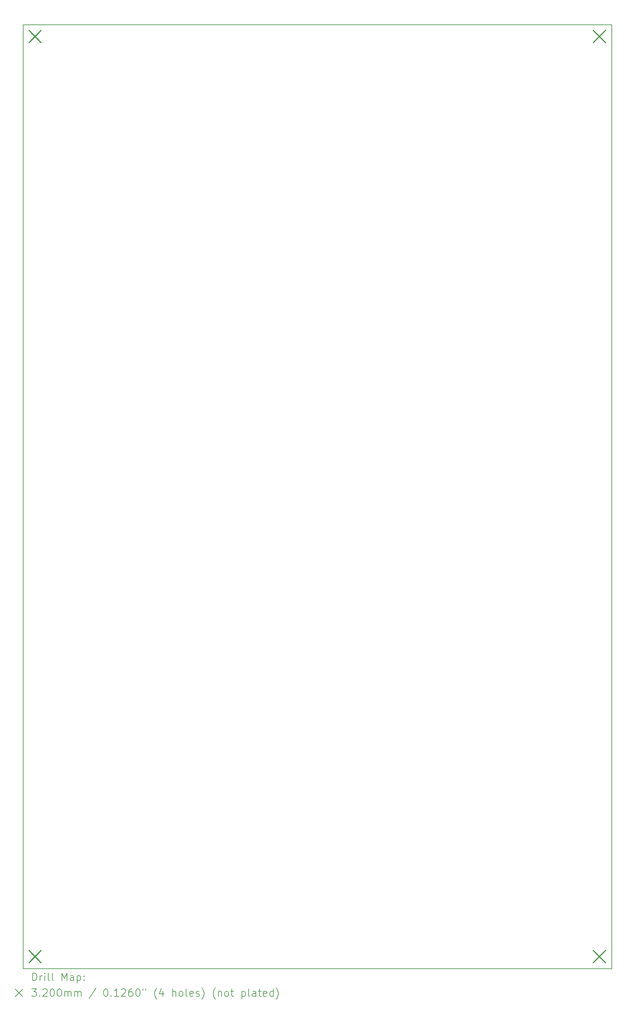
<source format=gbr>
%TF.GenerationSoftware,KiCad,Pcbnew,7.0.10*%
%TF.CreationDate,2024-02-11T20:31:55+09:00*%
%TF.ProjectId,crimping_machine,6372696d-7069-46e6-975f-6d616368696e,rev?*%
%TF.SameCoordinates,Original*%
%TF.FileFunction,Drillmap*%
%TF.FilePolarity,Positive*%
%FSLAX45Y45*%
G04 Gerber Fmt 4.5, Leading zero omitted, Abs format (unit mm)*
G04 Created by KiCad (PCBNEW 7.0.10) date 2024-02-11 20:31:55*
%MOMM*%
%LPD*%
G01*
G04 APERTURE LIST*
%ADD10C,0.200000*%
%ADD11C,0.320000*%
G04 APERTURE END LIST*
D10*
X-51562000Y8636000D02*
X-35864800Y8636000D01*
X-35864800Y-16510000D01*
X-51562000Y-16510000D01*
X-51562000Y8636000D01*
D11*
X-51404500Y8478500D02*
X-51084500Y8158500D01*
X-51084500Y8478500D02*
X-51404500Y8158500D01*
X-51404500Y-16032500D02*
X-51084500Y-16352500D01*
X-51084500Y-16032500D02*
X-51404500Y-16352500D01*
X-36355000Y8478500D02*
X-36035000Y8158500D01*
X-36035000Y8478500D02*
X-36355000Y8158500D01*
X-36355000Y-16032500D02*
X-36035000Y-16352500D01*
X-36035000Y-16032500D02*
X-36355000Y-16352500D01*
D10*
X-51311223Y-16831484D02*
X-51311223Y-16631484D01*
X-51311223Y-16631484D02*
X-51263604Y-16631484D01*
X-51263604Y-16631484D02*
X-51235033Y-16641008D01*
X-51235033Y-16641008D02*
X-51215985Y-16660055D01*
X-51215985Y-16660055D02*
X-51206461Y-16679103D01*
X-51206461Y-16679103D02*
X-51196937Y-16717198D01*
X-51196937Y-16717198D02*
X-51196937Y-16745769D01*
X-51196937Y-16745769D02*
X-51206461Y-16783865D01*
X-51206461Y-16783865D02*
X-51215985Y-16802912D01*
X-51215985Y-16802912D02*
X-51235033Y-16821960D01*
X-51235033Y-16821960D02*
X-51263604Y-16831484D01*
X-51263604Y-16831484D02*
X-51311223Y-16831484D01*
X-51111223Y-16831484D02*
X-51111223Y-16698150D01*
X-51111223Y-16736246D02*
X-51101699Y-16717198D01*
X-51101699Y-16717198D02*
X-51092175Y-16707674D01*
X-51092175Y-16707674D02*
X-51073128Y-16698150D01*
X-51073128Y-16698150D02*
X-51054080Y-16698150D01*
X-50987414Y-16831484D02*
X-50987414Y-16698150D01*
X-50987414Y-16631484D02*
X-50996937Y-16641008D01*
X-50996937Y-16641008D02*
X-50987414Y-16650531D01*
X-50987414Y-16650531D02*
X-50977890Y-16641008D01*
X-50977890Y-16641008D02*
X-50987414Y-16631484D01*
X-50987414Y-16631484D02*
X-50987414Y-16650531D01*
X-50863604Y-16831484D02*
X-50882652Y-16821960D01*
X-50882652Y-16821960D02*
X-50892175Y-16802912D01*
X-50892175Y-16802912D02*
X-50892175Y-16631484D01*
X-50758842Y-16831484D02*
X-50777890Y-16821960D01*
X-50777890Y-16821960D02*
X-50787414Y-16802912D01*
X-50787414Y-16802912D02*
X-50787414Y-16631484D01*
X-50530271Y-16831484D02*
X-50530271Y-16631484D01*
X-50530271Y-16631484D02*
X-50463604Y-16774341D01*
X-50463604Y-16774341D02*
X-50396937Y-16631484D01*
X-50396937Y-16631484D02*
X-50396937Y-16831484D01*
X-50215985Y-16831484D02*
X-50215985Y-16726722D01*
X-50215985Y-16726722D02*
X-50225509Y-16707674D01*
X-50225509Y-16707674D02*
X-50244556Y-16698150D01*
X-50244556Y-16698150D02*
X-50282652Y-16698150D01*
X-50282652Y-16698150D02*
X-50301699Y-16707674D01*
X-50215985Y-16821960D02*
X-50235033Y-16831484D01*
X-50235033Y-16831484D02*
X-50282652Y-16831484D01*
X-50282652Y-16831484D02*
X-50301699Y-16821960D01*
X-50301699Y-16821960D02*
X-50311223Y-16802912D01*
X-50311223Y-16802912D02*
X-50311223Y-16783865D01*
X-50311223Y-16783865D02*
X-50301699Y-16764817D01*
X-50301699Y-16764817D02*
X-50282652Y-16755293D01*
X-50282652Y-16755293D02*
X-50235033Y-16755293D01*
X-50235033Y-16755293D02*
X-50215985Y-16745769D01*
X-50120747Y-16698150D02*
X-50120747Y-16898150D01*
X-50120747Y-16707674D02*
X-50101699Y-16698150D01*
X-50101699Y-16698150D02*
X-50063604Y-16698150D01*
X-50063604Y-16698150D02*
X-50044556Y-16707674D01*
X-50044556Y-16707674D02*
X-50035033Y-16717198D01*
X-50035033Y-16717198D02*
X-50025509Y-16736246D01*
X-50025509Y-16736246D02*
X-50025509Y-16793389D01*
X-50025509Y-16793389D02*
X-50035033Y-16812436D01*
X-50035033Y-16812436D02*
X-50044556Y-16821960D01*
X-50044556Y-16821960D02*
X-50063604Y-16831484D01*
X-50063604Y-16831484D02*
X-50101699Y-16831484D01*
X-50101699Y-16831484D02*
X-50120747Y-16821960D01*
X-49939794Y-16812436D02*
X-49930271Y-16821960D01*
X-49930271Y-16821960D02*
X-49939794Y-16831484D01*
X-49939794Y-16831484D02*
X-49949318Y-16821960D01*
X-49949318Y-16821960D02*
X-49939794Y-16812436D01*
X-49939794Y-16812436D02*
X-49939794Y-16831484D01*
X-49939794Y-16707674D02*
X-49930271Y-16717198D01*
X-49930271Y-16717198D02*
X-49939794Y-16726722D01*
X-49939794Y-16726722D02*
X-49949318Y-16717198D01*
X-49949318Y-16717198D02*
X-49939794Y-16707674D01*
X-49939794Y-16707674D02*
X-49939794Y-16726722D01*
X-51772000Y-17060000D02*
X-51572000Y-17260000D01*
X-51572000Y-17060000D02*
X-51772000Y-17260000D01*
X-51330271Y-17051484D02*
X-51206461Y-17051484D01*
X-51206461Y-17051484D02*
X-51273128Y-17127674D01*
X-51273128Y-17127674D02*
X-51244556Y-17127674D01*
X-51244556Y-17127674D02*
X-51225509Y-17137198D01*
X-51225509Y-17137198D02*
X-51215985Y-17146722D01*
X-51215985Y-17146722D02*
X-51206461Y-17165770D01*
X-51206461Y-17165770D02*
X-51206461Y-17213389D01*
X-51206461Y-17213389D02*
X-51215985Y-17232436D01*
X-51215985Y-17232436D02*
X-51225509Y-17241960D01*
X-51225509Y-17241960D02*
X-51244556Y-17251484D01*
X-51244556Y-17251484D02*
X-51301699Y-17251484D01*
X-51301699Y-17251484D02*
X-51320747Y-17241960D01*
X-51320747Y-17241960D02*
X-51330271Y-17232436D01*
X-51120747Y-17232436D02*
X-51111223Y-17241960D01*
X-51111223Y-17241960D02*
X-51120747Y-17251484D01*
X-51120747Y-17251484D02*
X-51130271Y-17241960D01*
X-51130271Y-17241960D02*
X-51120747Y-17232436D01*
X-51120747Y-17232436D02*
X-51120747Y-17251484D01*
X-51035033Y-17070531D02*
X-51025509Y-17061008D01*
X-51025509Y-17061008D02*
X-51006461Y-17051484D01*
X-51006461Y-17051484D02*
X-50958842Y-17051484D01*
X-50958842Y-17051484D02*
X-50939794Y-17061008D01*
X-50939794Y-17061008D02*
X-50930271Y-17070531D01*
X-50930271Y-17070531D02*
X-50920747Y-17089579D01*
X-50920747Y-17089579D02*
X-50920747Y-17108627D01*
X-50920747Y-17108627D02*
X-50930271Y-17137198D01*
X-50930271Y-17137198D02*
X-51044556Y-17251484D01*
X-51044556Y-17251484D02*
X-50920747Y-17251484D01*
X-50796937Y-17051484D02*
X-50777890Y-17051484D01*
X-50777890Y-17051484D02*
X-50758842Y-17061008D01*
X-50758842Y-17061008D02*
X-50749318Y-17070531D01*
X-50749318Y-17070531D02*
X-50739794Y-17089579D01*
X-50739794Y-17089579D02*
X-50730271Y-17127674D01*
X-50730271Y-17127674D02*
X-50730271Y-17175293D01*
X-50730271Y-17175293D02*
X-50739794Y-17213389D01*
X-50739794Y-17213389D02*
X-50749318Y-17232436D01*
X-50749318Y-17232436D02*
X-50758842Y-17241960D01*
X-50758842Y-17241960D02*
X-50777890Y-17251484D01*
X-50777890Y-17251484D02*
X-50796937Y-17251484D01*
X-50796937Y-17251484D02*
X-50815985Y-17241960D01*
X-50815985Y-17241960D02*
X-50825509Y-17232436D01*
X-50825509Y-17232436D02*
X-50835033Y-17213389D01*
X-50835033Y-17213389D02*
X-50844556Y-17175293D01*
X-50844556Y-17175293D02*
X-50844556Y-17127674D01*
X-50844556Y-17127674D02*
X-50835033Y-17089579D01*
X-50835033Y-17089579D02*
X-50825509Y-17070531D01*
X-50825509Y-17070531D02*
X-50815985Y-17061008D01*
X-50815985Y-17061008D02*
X-50796937Y-17051484D01*
X-50606461Y-17051484D02*
X-50587413Y-17051484D01*
X-50587413Y-17051484D02*
X-50568366Y-17061008D01*
X-50568366Y-17061008D02*
X-50558842Y-17070531D01*
X-50558842Y-17070531D02*
X-50549318Y-17089579D01*
X-50549318Y-17089579D02*
X-50539794Y-17127674D01*
X-50539794Y-17127674D02*
X-50539794Y-17175293D01*
X-50539794Y-17175293D02*
X-50549318Y-17213389D01*
X-50549318Y-17213389D02*
X-50558842Y-17232436D01*
X-50558842Y-17232436D02*
X-50568366Y-17241960D01*
X-50568366Y-17241960D02*
X-50587413Y-17251484D01*
X-50587413Y-17251484D02*
X-50606461Y-17251484D01*
X-50606461Y-17251484D02*
X-50625509Y-17241960D01*
X-50625509Y-17241960D02*
X-50635033Y-17232436D01*
X-50635033Y-17232436D02*
X-50644556Y-17213389D01*
X-50644556Y-17213389D02*
X-50654080Y-17175293D01*
X-50654080Y-17175293D02*
X-50654080Y-17127674D01*
X-50654080Y-17127674D02*
X-50644556Y-17089579D01*
X-50644556Y-17089579D02*
X-50635033Y-17070531D01*
X-50635033Y-17070531D02*
X-50625509Y-17061008D01*
X-50625509Y-17061008D02*
X-50606461Y-17051484D01*
X-50454080Y-17251484D02*
X-50454080Y-17118150D01*
X-50454080Y-17137198D02*
X-50444556Y-17127674D01*
X-50444556Y-17127674D02*
X-50425509Y-17118150D01*
X-50425509Y-17118150D02*
X-50396937Y-17118150D01*
X-50396937Y-17118150D02*
X-50377890Y-17127674D01*
X-50377890Y-17127674D02*
X-50368366Y-17146722D01*
X-50368366Y-17146722D02*
X-50368366Y-17251484D01*
X-50368366Y-17146722D02*
X-50358842Y-17127674D01*
X-50358842Y-17127674D02*
X-50339794Y-17118150D01*
X-50339794Y-17118150D02*
X-50311223Y-17118150D01*
X-50311223Y-17118150D02*
X-50292175Y-17127674D01*
X-50292175Y-17127674D02*
X-50282652Y-17146722D01*
X-50282652Y-17146722D02*
X-50282652Y-17251484D01*
X-50187413Y-17251484D02*
X-50187413Y-17118150D01*
X-50187413Y-17137198D02*
X-50177890Y-17127674D01*
X-50177890Y-17127674D02*
X-50158842Y-17118150D01*
X-50158842Y-17118150D02*
X-50130271Y-17118150D01*
X-50130271Y-17118150D02*
X-50111223Y-17127674D01*
X-50111223Y-17127674D02*
X-50101699Y-17146722D01*
X-50101699Y-17146722D02*
X-50101699Y-17251484D01*
X-50101699Y-17146722D02*
X-50092175Y-17127674D01*
X-50092175Y-17127674D02*
X-50073128Y-17118150D01*
X-50073128Y-17118150D02*
X-50044556Y-17118150D01*
X-50044556Y-17118150D02*
X-50025509Y-17127674D01*
X-50025509Y-17127674D02*
X-50015985Y-17146722D01*
X-50015985Y-17146722D02*
X-50015985Y-17251484D01*
X-49625509Y-17041960D02*
X-49796937Y-17299103D01*
X-49368366Y-17051484D02*
X-49349318Y-17051484D01*
X-49349318Y-17051484D02*
X-49330270Y-17061008D01*
X-49330270Y-17061008D02*
X-49320747Y-17070531D01*
X-49320747Y-17070531D02*
X-49311223Y-17089579D01*
X-49311223Y-17089579D02*
X-49301699Y-17127674D01*
X-49301699Y-17127674D02*
X-49301699Y-17175293D01*
X-49301699Y-17175293D02*
X-49311223Y-17213389D01*
X-49311223Y-17213389D02*
X-49320747Y-17232436D01*
X-49320747Y-17232436D02*
X-49330270Y-17241960D01*
X-49330270Y-17241960D02*
X-49349318Y-17251484D01*
X-49349318Y-17251484D02*
X-49368366Y-17251484D01*
X-49368366Y-17251484D02*
X-49387413Y-17241960D01*
X-49387413Y-17241960D02*
X-49396937Y-17232436D01*
X-49396937Y-17232436D02*
X-49406461Y-17213389D01*
X-49406461Y-17213389D02*
X-49415985Y-17175293D01*
X-49415985Y-17175293D02*
X-49415985Y-17127674D01*
X-49415985Y-17127674D02*
X-49406461Y-17089579D01*
X-49406461Y-17089579D02*
X-49396937Y-17070531D01*
X-49396937Y-17070531D02*
X-49387413Y-17061008D01*
X-49387413Y-17061008D02*
X-49368366Y-17051484D01*
X-49215985Y-17232436D02*
X-49206461Y-17241960D01*
X-49206461Y-17241960D02*
X-49215985Y-17251484D01*
X-49215985Y-17251484D02*
X-49225509Y-17241960D01*
X-49225509Y-17241960D02*
X-49215985Y-17232436D01*
X-49215985Y-17232436D02*
X-49215985Y-17251484D01*
X-49015985Y-17251484D02*
X-49130270Y-17251484D01*
X-49073128Y-17251484D02*
X-49073128Y-17051484D01*
X-49073128Y-17051484D02*
X-49092175Y-17080055D01*
X-49092175Y-17080055D02*
X-49111223Y-17099103D01*
X-49111223Y-17099103D02*
X-49130270Y-17108627D01*
X-48939794Y-17070531D02*
X-48930270Y-17061008D01*
X-48930270Y-17061008D02*
X-48911223Y-17051484D01*
X-48911223Y-17051484D02*
X-48863604Y-17051484D01*
X-48863604Y-17051484D02*
X-48844556Y-17061008D01*
X-48844556Y-17061008D02*
X-48835032Y-17070531D01*
X-48835032Y-17070531D02*
X-48825509Y-17089579D01*
X-48825509Y-17089579D02*
X-48825509Y-17108627D01*
X-48825509Y-17108627D02*
X-48835032Y-17137198D01*
X-48835032Y-17137198D02*
X-48949318Y-17251484D01*
X-48949318Y-17251484D02*
X-48825509Y-17251484D01*
X-48654080Y-17051484D02*
X-48692175Y-17051484D01*
X-48692175Y-17051484D02*
X-48711223Y-17061008D01*
X-48711223Y-17061008D02*
X-48720747Y-17070531D01*
X-48720747Y-17070531D02*
X-48739794Y-17099103D01*
X-48739794Y-17099103D02*
X-48749318Y-17137198D01*
X-48749318Y-17137198D02*
X-48749318Y-17213389D01*
X-48749318Y-17213389D02*
X-48739794Y-17232436D01*
X-48739794Y-17232436D02*
X-48730270Y-17241960D01*
X-48730270Y-17241960D02*
X-48711223Y-17251484D01*
X-48711223Y-17251484D02*
X-48673128Y-17251484D01*
X-48673128Y-17251484D02*
X-48654080Y-17241960D01*
X-48654080Y-17241960D02*
X-48644556Y-17232436D01*
X-48644556Y-17232436D02*
X-48635032Y-17213389D01*
X-48635032Y-17213389D02*
X-48635032Y-17165770D01*
X-48635032Y-17165770D02*
X-48644556Y-17146722D01*
X-48644556Y-17146722D02*
X-48654080Y-17137198D01*
X-48654080Y-17137198D02*
X-48673128Y-17127674D01*
X-48673128Y-17127674D02*
X-48711223Y-17127674D01*
X-48711223Y-17127674D02*
X-48730270Y-17137198D01*
X-48730270Y-17137198D02*
X-48739794Y-17146722D01*
X-48739794Y-17146722D02*
X-48749318Y-17165770D01*
X-48511223Y-17051484D02*
X-48492175Y-17051484D01*
X-48492175Y-17051484D02*
X-48473128Y-17061008D01*
X-48473128Y-17061008D02*
X-48463604Y-17070531D01*
X-48463604Y-17070531D02*
X-48454080Y-17089579D01*
X-48454080Y-17089579D02*
X-48444556Y-17127674D01*
X-48444556Y-17127674D02*
X-48444556Y-17175293D01*
X-48444556Y-17175293D02*
X-48454080Y-17213389D01*
X-48454080Y-17213389D02*
X-48463604Y-17232436D01*
X-48463604Y-17232436D02*
X-48473128Y-17241960D01*
X-48473128Y-17241960D02*
X-48492175Y-17251484D01*
X-48492175Y-17251484D02*
X-48511223Y-17251484D01*
X-48511223Y-17251484D02*
X-48530270Y-17241960D01*
X-48530270Y-17241960D02*
X-48539794Y-17232436D01*
X-48539794Y-17232436D02*
X-48549318Y-17213389D01*
X-48549318Y-17213389D02*
X-48558842Y-17175293D01*
X-48558842Y-17175293D02*
X-48558842Y-17127674D01*
X-48558842Y-17127674D02*
X-48549318Y-17089579D01*
X-48549318Y-17089579D02*
X-48539794Y-17070531D01*
X-48539794Y-17070531D02*
X-48530270Y-17061008D01*
X-48530270Y-17061008D02*
X-48511223Y-17051484D01*
X-48368366Y-17051484D02*
X-48368366Y-17089579D01*
X-48292175Y-17051484D02*
X-48292175Y-17089579D01*
X-47996937Y-17327674D02*
X-48006461Y-17318150D01*
X-48006461Y-17318150D02*
X-48025508Y-17289579D01*
X-48025508Y-17289579D02*
X-48035032Y-17270531D01*
X-48035032Y-17270531D02*
X-48044556Y-17241960D01*
X-48044556Y-17241960D02*
X-48054080Y-17194341D01*
X-48054080Y-17194341D02*
X-48054080Y-17156246D01*
X-48054080Y-17156246D02*
X-48044556Y-17108627D01*
X-48044556Y-17108627D02*
X-48035032Y-17080055D01*
X-48035032Y-17080055D02*
X-48025508Y-17061008D01*
X-48025508Y-17061008D02*
X-48006461Y-17032436D01*
X-48006461Y-17032436D02*
X-47996937Y-17022912D01*
X-47835032Y-17118150D02*
X-47835032Y-17251484D01*
X-47882651Y-17041960D02*
X-47930270Y-17184817D01*
X-47930270Y-17184817D02*
X-47806461Y-17184817D01*
X-47577889Y-17251484D02*
X-47577889Y-17051484D01*
X-47492175Y-17251484D02*
X-47492175Y-17146722D01*
X-47492175Y-17146722D02*
X-47501699Y-17127674D01*
X-47501699Y-17127674D02*
X-47520746Y-17118150D01*
X-47520746Y-17118150D02*
X-47549318Y-17118150D01*
X-47549318Y-17118150D02*
X-47568366Y-17127674D01*
X-47568366Y-17127674D02*
X-47577889Y-17137198D01*
X-47368366Y-17251484D02*
X-47387413Y-17241960D01*
X-47387413Y-17241960D02*
X-47396937Y-17232436D01*
X-47396937Y-17232436D02*
X-47406461Y-17213389D01*
X-47406461Y-17213389D02*
X-47406461Y-17156246D01*
X-47406461Y-17156246D02*
X-47396937Y-17137198D01*
X-47396937Y-17137198D02*
X-47387413Y-17127674D01*
X-47387413Y-17127674D02*
X-47368366Y-17118150D01*
X-47368366Y-17118150D02*
X-47339794Y-17118150D01*
X-47339794Y-17118150D02*
X-47320746Y-17127674D01*
X-47320746Y-17127674D02*
X-47311223Y-17137198D01*
X-47311223Y-17137198D02*
X-47301699Y-17156246D01*
X-47301699Y-17156246D02*
X-47301699Y-17213389D01*
X-47301699Y-17213389D02*
X-47311223Y-17232436D01*
X-47311223Y-17232436D02*
X-47320746Y-17241960D01*
X-47320746Y-17241960D02*
X-47339794Y-17251484D01*
X-47339794Y-17251484D02*
X-47368366Y-17251484D01*
X-47187413Y-17251484D02*
X-47206461Y-17241960D01*
X-47206461Y-17241960D02*
X-47215985Y-17222912D01*
X-47215985Y-17222912D02*
X-47215985Y-17051484D01*
X-47035032Y-17241960D02*
X-47054080Y-17251484D01*
X-47054080Y-17251484D02*
X-47092175Y-17251484D01*
X-47092175Y-17251484D02*
X-47111223Y-17241960D01*
X-47111223Y-17241960D02*
X-47120746Y-17222912D01*
X-47120746Y-17222912D02*
X-47120746Y-17146722D01*
X-47120746Y-17146722D02*
X-47111223Y-17127674D01*
X-47111223Y-17127674D02*
X-47092175Y-17118150D01*
X-47092175Y-17118150D02*
X-47054080Y-17118150D01*
X-47054080Y-17118150D02*
X-47035032Y-17127674D01*
X-47035032Y-17127674D02*
X-47025508Y-17146722D01*
X-47025508Y-17146722D02*
X-47025508Y-17165770D01*
X-47025508Y-17165770D02*
X-47120746Y-17184817D01*
X-46949318Y-17241960D02*
X-46930270Y-17251484D01*
X-46930270Y-17251484D02*
X-46892175Y-17251484D01*
X-46892175Y-17251484D02*
X-46873127Y-17241960D01*
X-46873127Y-17241960D02*
X-46863604Y-17222912D01*
X-46863604Y-17222912D02*
X-46863604Y-17213389D01*
X-46863604Y-17213389D02*
X-46873127Y-17194341D01*
X-46873127Y-17194341D02*
X-46892175Y-17184817D01*
X-46892175Y-17184817D02*
X-46920746Y-17184817D01*
X-46920746Y-17184817D02*
X-46939794Y-17175293D01*
X-46939794Y-17175293D02*
X-46949318Y-17156246D01*
X-46949318Y-17156246D02*
X-46949318Y-17146722D01*
X-46949318Y-17146722D02*
X-46939794Y-17127674D01*
X-46939794Y-17127674D02*
X-46920746Y-17118150D01*
X-46920746Y-17118150D02*
X-46892175Y-17118150D01*
X-46892175Y-17118150D02*
X-46873127Y-17127674D01*
X-46796937Y-17327674D02*
X-46787413Y-17318150D01*
X-46787413Y-17318150D02*
X-46768365Y-17289579D01*
X-46768365Y-17289579D02*
X-46758842Y-17270531D01*
X-46758842Y-17270531D02*
X-46749318Y-17241960D01*
X-46749318Y-17241960D02*
X-46739794Y-17194341D01*
X-46739794Y-17194341D02*
X-46739794Y-17156246D01*
X-46739794Y-17156246D02*
X-46749318Y-17108627D01*
X-46749318Y-17108627D02*
X-46758842Y-17080055D01*
X-46758842Y-17080055D02*
X-46768365Y-17061008D01*
X-46768365Y-17061008D02*
X-46787413Y-17032436D01*
X-46787413Y-17032436D02*
X-46796937Y-17022912D01*
X-46435032Y-17327674D02*
X-46444556Y-17318150D01*
X-46444556Y-17318150D02*
X-46463604Y-17289579D01*
X-46463604Y-17289579D02*
X-46473127Y-17270531D01*
X-46473127Y-17270531D02*
X-46482651Y-17241960D01*
X-46482651Y-17241960D02*
X-46492175Y-17194341D01*
X-46492175Y-17194341D02*
X-46492175Y-17156246D01*
X-46492175Y-17156246D02*
X-46482651Y-17108627D01*
X-46482651Y-17108627D02*
X-46473127Y-17080055D01*
X-46473127Y-17080055D02*
X-46463604Y-17061008D01*
X-46463604Y-17061008D02*
X-46444556Y-17032436D01*
X-46444556Y-17032436D02*
X-46435032Y-17022912D01*
X-46358842Y-17118150D02*
X-46358842Y-17251484D01*
X-46358842Y-17137198D02*
X-46349318Y-17127674D01*
X-46349318Y-17127674D02*
X-46330270Y-17118150D01*
X-46330270Y-17118150D02*
X-46301699Y-17118150D01*
X-46301699Y-17118150D02*
X-46282651Y-17127674D01*
X-46282651Y-17127674D02*
X-46273127Y-17146722D01*
X-46273127Y-17146722D02*
X-46273127Y-17251484D01*
X-46149318Y-17251484D02*
X-46168365Y-17241960D01*
X-46168365Y-17241960D02*
X-46177889Y-17232436D01*
X-46177889Y-17232436D02*
X-46187413Y-17213389D01*
X-46187413Y-17213389D02*
X-46187413Y-17156246D01*
X-46187413Y-17156246D02*
X-46177889Y-17137198D01*
X-46177889Y-17137198D02*
X-46168365Y-17127674D01*
X-46168365Y-17127674D02*
X-46149318Y-17118150D01*
X-46149318Y-17118150D02*
X-46120746Y-17118150D01*
X-46120746Y-17118150D02*
X-46101699Y-17127674D01*
X-46101699Y-17127674D02*
X-46092175Y-17137198D01*
X-46092175Y-17137198D02*
X-46082651Y-17156246D01*
X-46082651Y-17156246D02*
X-46082651Y-17213389D01*
X-46082651Y-17213389D02*
X-46092175Y-17232436D01*
X-46092175Y-17232436D02*
X-46101699Y-17241960D01*
X-46101699Y-17241960D02*
X-46120746Y-17251484D01*
X-46120746Y-17251484D02*
X-46149318Y-17251484D01*
X-46025508Y-17118150D02*
X-45949318Y-17118150D01*
X-45996937Y-17051484D02*
X-45996937Y-17222912D01*
X-45996937Y-17222912D02*
X-45987413Y-17241960D01*
X-45987413Y-17241960D02*
X-45968365Y-17251484D01*
X-45968365Y-17251484D02*
X-45949318Y-17251484D01*
X-45730270Y-17118150D02*
X-45730270Y-17318150D01*
X-45730270Y-17127674D02*
X-45711223Y-17118150D01*
X-45711223Y-17118150D02*
X-45673127Y-17118150D01*
X-45673127Y-17118150D02*
X-45654080Y-17127674D01*
X-45654080Y-17127674D02*
X-45644556Y-17137198D01*
X-45644556Y-17137198D02*
X-45635032Y-17156246D01*
X-45635032Y-17156246D02*
X-45635032Y-17213389D01*
X-45635032Y-17213389D02*
X-45644556Y-17232436D01*
X-45644556Y-17232436D02*
X-45654080Y-17241960D01*
X-45654080Y-17241960D02*
X-45673127Y-17251484D01*
X-45673127Y-17251484D02*
X-45711223Y-17251484D01*
X-45711223Y-17251484D02*
X-45730270Y-17241960D01*
X-45520746Y-17251484D02*
X-45539794Y-17241960D01*
X-45539794Y-17241960D02*
X-45549318Y-17222912D01*
X-45549318Y-17222912D02*
X-45549318Y-17051484D01*
X-45358842Y-17251484D02*
X-45358842Y-17146722D01*
X-45358842Y-17146722D02*
X-45368365Y-17127674D01*
X-45368365Y-17127674D02*
X-45387413Y-17118150D01*
X-45387413Y-17118150D02*
X-45425508Y-17118150D01*
X-45425508Y-17118150D02*
X-45444556Y-17127674D01*
X-45358842Y-17241960D02*
X-45377889Y-17251484D01*
X-45377889Y-17251484D02*
X-45425508Y-17251484D01*
X-45425508Y-17251484D02*
X-45444556Y-17241960D01*
X-45444556Y-17241960D02*
X-45454080Y-17222912D01*
X-45454080Y-17222912D02*
X-45454080Y-17203865D01*
X-45454080Y-17203865D02*
X-45444556Y-17184817D01*
X-45444556Y-17184817D02*
X-45425508Y-17175293D01*
X-45425508Y-17175293D02*
X-45377889Y-17175293D01*
X-45377889Y-17175293D02*
X-45358842Y-17165770D01*
X-45292175Y-17118150D02*
X-45215984Y-17118150D01*
X-45263603Y-17051484D02*
X-45263603Y-17222912D01*
X-45263603Y-17222912D02*
X-45254080Y-17241960D01*
X-45254080Y-17241960D02*
X-45235032Y-17251484D01*
X-45235032Y-17251484D02*
X-45215984Y-17251484D01*
X-45073127Y-17241960D02*
X-45092175Y-17251484D01*
X-45092175Y-17251484D02*
X-45130270Y-17251484D01*
X-45130270Y-17251484D02*
X-45149318Y-17241960D01*
X-45149318Y-17241960D02*
X-45158842Y-17222912D01*
X-45158842Y-17222912D02*
X-45158842Y-17146722D01*
X-45158842Y-17146722D02*
X-45149318Y-17127674D01*
X-45149318Y-17127674D02*
X-45130270Y-17118150D01*
X-45130270Y-17118150D02*
X-45092175Y-17118150D01*
X-45092175Y-17118150D02*
X-45073127Y-17127674D01*
X-45073127Y-17127674D02*
X-45063603Y-17146722D01*
X-45063603Y-17146722D02*
X-45063603Y-17165770D01*
X-45063603Y-17165770D02*
X-45158842Y-17184817D01*
X-44892175Y-17251484D02*
X-44892175Y-17051484D01*
X-44892175Y-17241960D02*
X-44911222Y-17251484D01*
X-44911222Y-17251484D02*
X-44949318Y-17251484D01*
X-44949318Y-17251484D02*
X-44968365Y-17241960D01*
X-44968365Y-17241960D02*
X-44977889Y-17232436D01*
X-44977889Y-17232436D02*
X-44987413Y-17213389D01*
X-44987413Y-17213389D02*
X-44987413Y-17156246D01*
X-44987413Y-17156246D02*
X-44977889Y-17137198D01*
X-44977889Y-17137198D02*
X-44968365Y-17127674D01*
X-44968365Y-17127674D02*
X-44949318Y-17118150D01*
X-44949318Y-17118150D02*
X-44911222Y-17118150D01*
X-44911222Y-17118150D02*
X-44892175Y-17127674D01*
X-44815984Y-17327674D02*
X-44806461Y-17318150D01*
X-44806461Y-17318150D02*
X-44787413Y-17289579D01*
X-44787413Y-17289579D02*
X-44777889Y-17270531D01*
X-44777889Y-17270531D02*
X-44768365Y-17241960D01*
X-44768365Y-17241960D02*
X-44758842Y-17194341D01*
X-44758842Y-17194341D02*
X-44758842Y-17156246D01*
X-44758842Y-17156246D02*
X-44768365Y-17108627D01*
X-44768365Y-17108627D02*
X-44777889Y-17080055D01*
X-44777889Y-17080055D02*
X-44787413Y-17061008D01*
X-44787413Y-17061008D02*
X-44806461Y-17032436D01*
X-44806461Y-17032436D02*
X-44815984Y-17022912D01*
M02*

</source>
